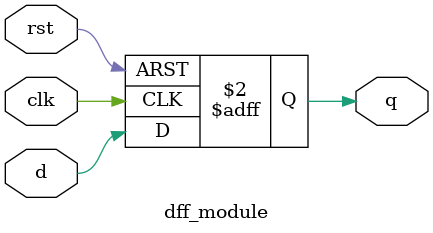
<source format=v>
module dff_module (
    input wire clk,
    input wire rst,
    input wire d,
    output reg q   
);

    always @(posedge clk or posedge rst) begin
        if (rst)
            q <= 1'b0;
        else
            q <= d;
    end
endmodule
</source>
